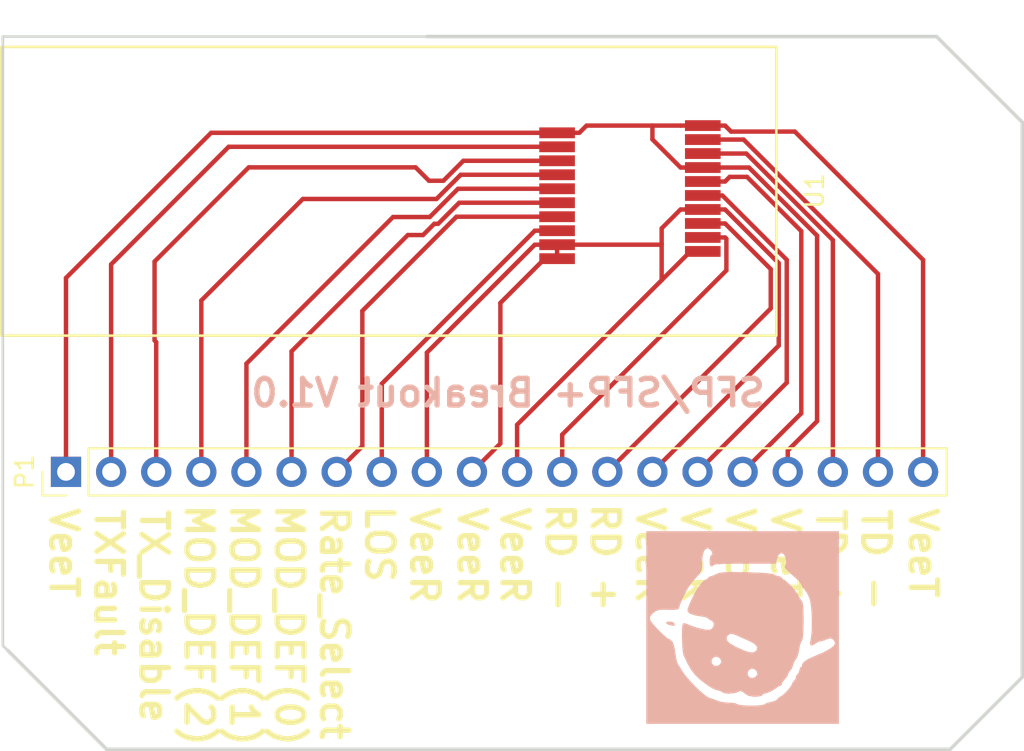
<source format=kicad_pcb>
(kicad_pcb (version 20171130) (host pcbnew "(5.0.2)-1")

  (general
    (thickness 1.6)
    (drawings 30)
    (tracks 116)
    (zones 0)
    (modules 3)
    (nets 16)
  )

  (page A4)
  (layers
    (0 F.Cu signal)
    (31 B.Cu signal)
    (32 B.Adhes user)
    (33 F.Adhes user)
    (34 B.Paste user)
    (35 F.Paste user)
    (36 B.SilkS user)
    (37 F.SilkS user)
    (38 B.Mask user)
    (39 F.Mask user)
    (40 Dwgs.User user)
    (41 Cmts.User user)
    (42 Eco1.User user)
    (43 Eco2.User user)
    (44 Edge.Cuts user)
    (45 Margin user)
    (46 B.CrtYd user)
    (47 F.CrtYd user)
    (48 B.Fab user)
    (49 F.Fab user)
  )

  (setup
    (last_trace_width 0.25)
    (trace_clearance 0.2)
    (zone_clearance 0.508)
    (zone_45_only no)
    (trace_min 0.2)
    (segment_width 0.2)
    (edge_width 0.15)
    (via_size 0.8)
    (via_drill 0.4)
    (via_min_size 0.4)
    (via_min_drill 0.3)
    (uvia_size 0.3)
    (uvia_drill 0.1)
    (uvias_allowed no)
    (uvia_min_size 0.2)
    (uvia_min_drill 0.1)
    (pcb_text_width 0.3)
    (pcb_text_size 1.5 1.5)
    (mod_edge_width 0.15)
    (mod_text_size 1 1)
    (mod_text_width 0.15)
    (pad_size 1.524 1.524)
    (pad_drill 0.762)
    (pad_to_mask_clearance 0.051)
    (solder_mask_min_width 0.25)
    (aux_axis_origin 0 0)
    (visible_elements 7FFFFFFF)
    (pcbplotparams
      (layerselection 0x010fc_ffffffff)
      (usegerberextensions false)
      (usegerberattributes false)
      (usegerberadvancedattributes false)
      (creategerberjobfile false)
      (excludeedgelayer true)
      (linewidth 0.100000)
      (plotframeref false)
      (viasonmask false)
      (mode 1)
      (useauxorigin false)
      (hpglpennumber 1)
      (hpglpenspeed 20)
      (hpglpendiameter 15.000000)
      (psnegative false)
      (psa4output false)
      (plotreference true)
      (plotvalue true)
      (plotinvisibletext false)
      (padsonsilk false)
      (subtractmaskfromsilk false)
      (outputformat 1)
      (mirror false)
      (drillshape 1)
      (scaleselection 1)
      (outputdirectory ""))
  )

  (net 0 "")
  (net 1 "Net-(P1-Pad19)")
  (net 2 "Net-(P1-Pad18)")
  (net 3 "Net-(P1-Pad16)")
  (net 4 "Net-(P1-Pad15)")
  (net 5 "Net-(P1-Pad13)")
  (net 6 "Net-(P1-Pad12)")
  (net 7 "Net-(P1-Pad10)")
  (net 8 "Net-(P1-Pad8)")
  (net 9 "Net-(P1-Pad7)")
  (net 10 "Net-(P1-Pad6)")
  (net 11 "Net-(P1-Pad5)")
  (net 12 "Net-(P1-Pad4)")
  (net 13 "Net-(P1-Pad3)")
  (net 14 "Net-(P1-Pad2)")
  (net 15 "Net-(P1-Pad1)")

  (net_class Default "This is the default net class."
    (clearance 0.2)
    (trace_width 0.25)
    (via_dia 0.8)
    (via_drill 0.4)
    (uvia_dia 0.3)
    (uvia_drill 0.1)
    (add_net "Net-(P1-Pad1)")
    (add_net "Net-(P1-Pad10)")
    (add_net "Net-(P1-Pad12)")
    (add_net "Net-(P1-Pad13)")
    (add_net "Net-(P1-Pad15)")
    (add_net "Net-(P1-Pad16)")
    (add_net "Net-(P1-Pad18)")
    (add_net "Net-(P1-Pad19)")
    (add_net "Net-(P1-Pad2)")
    (add_net "Net-(P1-Pad3)")
    (add_net "Net-(P1-Pad4)")
    (add_net "Net-(P1-Pad5)")
    (add_net "Net-(P1-Pad6)")
    (add_net "Net-(P1-Pad7)")
    (add_net "Net-(P1-Pad8)")
  )

  (module Socket_Strips:Socket_Strip_Straight_1x20_Pitch2.54mm (layer F.Cu) (tedit 58CD5447) (tstamp 5C3BF8AD)
    (at 105.156 79.375 90)
    (descr "Through hole straight socket strip, 1x20, 2.54mm pitch, single row")
    (tags "Through hole socket strip THT 1x20 2.54mm single row")
    (path /5C34C089)
    (fp_text reference P1 (at 0 -2.33 90) (layer F.SilkS)
      (effects (font (size 1 1) (thickness 0.15)))
    )
    (fp_text value CONN_01X20 (at 0 50.59 90) (layer F.Fab)
      (effects (font (size 1 1) (thickness 0.15)))
    )
    (fp_text user %R (at 0 -2.33 90) (layer F.Fab)
      (effects (font (size 1 1) (thickness 0.15)))
    )
    (fp_line (start 1.8 -1.8) (end -1.8 -1.8) (layer F.CrtYd) (width 0.05))
    (fp_line (start 1.8 50.05) (end 1.8 -1.8) (layer F.CrtYd) (width 0.05))
    (fp_line (start -1.8 50.05) (end 1.8 50.05) (layer F.CrtYd) (width 0.05))
    (fp_line (start -1.8 -1.8) (end -1.8 50.05) (layer F.CrtYd) (width 0.05))
    (fp_line (start -1.33 -1.33) (end 0 -1.33) (layer F.SilkS) (width 0.12))
    (fp_line (start -1.33 0) (end -1.33 -1.33) (layer F.SilkS) (width 0.12))
    (fp_line (start 1.33 1.27) (end -1.33 1.27) (layer F.SilkS) (width 0.12))
    (fp_line (start 1.33 49.59) (end 1.33 1.27) (layer F.SilkS) (width 0.12))
    (fp_line (start -1.33 49.59) (end 1.33 49.59) (layer F.SilkS) (width 0.12))
    (fp_line (start -1.33 1.27) (end -1.33 49.59) (layer F.SilkS) (width 0.12))
    (fp_line (start 1.27 -1.27) (end -1.27 -1.27) (layer F.Fab) (width 0.1))
    (fp_line (start 1.27 49.53) (end 1.27 -1.27) (layer F.Fab) (width 0.1))
    (fp_line (start -1.27 49.53) (end 1.27 49.53) (layer F.Fab) (width 0.1))
    (fp_line (start -1.27 -1.27) (end -1.27 49.53) (layer F.Fab) (width 0.1))
    (pad 20 thru_hole oval (at 0 48.26 90) (size 1.7 1.7) (drill 1) (layers *.Cu *.Mask)
      (net 15 "Net-(P1-Pad1)"))
    (pad 19 thru_hole oval (at 0 45.72 90) (size 1.7 1.7) (drill 1) (layers *.Cu *.Mask)
      (net 1 "Net-(P1-Pad19)"))
    (pad 18 thru_hole oval (at 0 43.18 90) (size 1.7 1.7) (drill 1) (layers *.Cu *.Mask)
      (net 2 "Net-(P1-Pad18)"))
    (pad 17 thru_hole oval (at 0 40.64 90) (size 1.7 1.7) (drill 1) (layers *.Cu *.Mask)
      (net 15 "Net-(P1-Pad1)"))
    (pad 16 thru_hole oval (at 0 38.1 90) (size 1.7 1.7) (drill 1) (layers *.Cu *.Mask)
      (net 3 "Net-(P1-Pad16)"))
    (pad 15 thru_hole oval (at 0 35.56 90) (size 1.7 1.7) (drill 1) (layers *.Cu *.Mask)
      (net 4 "Net-(P1-Pad15)"))
    (pad 14 thru_hole oval (at 0 33.02 90) (size 1.7 1.7) (drill 1) (layers *.Cu *.Mask)
      (net 7 "Net-(P1-Pad10)"))
    (pad 13 thru_hole oval (at 0 30.48 90) (size 1.7 1.7) (drill 1) (layers *.Cu *.Mask)
      (net 5 "Net-(P1-Pad13)"))
    (pad 12 thru_hole oval (at 0 27.94 90) (size 1.7 1.7) (drill 1) (layers *.Cu *.Mask)
      (net 6 "Net-(P1-Pad12)"))
    (pad 11 thru_hole oval (at 0 25.4 90) (size 1.7 1.7) (drill 1) (layers *.Cu *.Mask)
      (net 7 "Net-(P1-Pad10)"))
    (pad 10 thru_hole oval (at 0 22.86 90) (size 1.7 1.7) (drill 1) (layers *.Cu *.Mask)
      (net 7 "Net-(P1-Pad10)"))
    (pad 9 thru_hole oval (at 0 20.32 90) (size 1.7 1.7) (drill 1) (layers *.Cu *.Mask)
      (net 7 "Net-(P1-Pad10)"))
    (pad 8 thru_hole oval (at 0 17.78 90) (size 1.7 1.7) (drill 1) (layers *.Cu *.Mask)
      (net 8 "Net-(P1-Pad8)"))
    (pad 7 thru_hole oval (at 0 15.24 90) (size 1.7 1.7) (drill 1) (layers *.Cu *.Mask)
      (net 9 "Net-(P1-Pad7)"))
    (pad 6 thru_hole oval (at 0 12.7 90) (size 1.7 1.7) (drill 1) (layers *.Cu *.Mask)
      (net 10 "Net-(P1-Pad6)"))
    (pad 5 thru_hole oval (at 0 10.16 90) (size 1.7 1.7) (drill 1) (layers *.Cu *.Mask)
      (net 11 "Net-(P1-Pad5)"))
    (pad 4 thru_hole oval (at 0 7.62 90) (size 1.7 1.7) (drill 1) (layers *.Cu *.Mask)
      (net 12 "Net-(P1-Pad4)"))
    (pad 3 thru_hole oval (at 0 5.08 90) (size 1.7 1.7) (drill 1) (layers *.Cu *.Mask)
      (net 13 "Net-(P1-Pad3)"))
    (pad 2 thru_hole oval (at 0 2.54 90) (size 1.7 1.7) (drill 1) (layers *.Cu *.Mask)
      (net 14 "Net-(P1-Pad2)"))
    (pad 1 thru_hole rect (at 0 0 90) (size 1.7 1.7) (drill 1) (layers *.Cu *.Mask)
      (net 15 "Net-(P1-Pad1)"))
    (model ${KISYS3DMOD}/Socket_Strips.3dshapes/Socket_Strip_Straight_1x20_Pitch2.54mm.wrl
      (offset (xyz 0 -24.12999963760376 0))
      (scale (xyz 1 1 1))
      (rotate (xyz 0 0 270))
    )
  )

  (module .pretty:sfp (layer F.Cu) (tedit 5C3BEA2C) (tstamp 5C3BF8E0)
    (at 136.897201 63.559001)
    (path /5C34C039)
    (fp_text reference U1 (at 10.414 0 90) (layer F.SilkS)
      (effects (font (size 1 1) (thickness 0.15)))
    )
    (fp_text value SFP (at -1.016 -9.906) (layer F.Fab)
      (effects (font (size 1 1) (thickness 0.15)))
    )
    (fp_line (start -35.3822 -8.112) (end -0.889 -8.112) (layer F.SilkS) (width 0.15))
    (fp_line (start -35.3822 -8.112) (end -35.3822 8.144) (layer F.SilkS) (width 0.15))
    (fp_line (start -35.3822 8.144) (end 8.255 8.144) (layer F.SilkS) (width 0.15))
    (fp_line (start -0.889 -8.112) (end 8.255 -8.112) (layer F.SilkS) (width 0.15))
    (fp_line (start 8.255 8.144) (end 8.255 -8.112) (layer F.SilkS) (width 0.15))
    (pad "" np_thru_hole circle (at -10.8966 -7.112) (size 1.0414 1.0414) (drill 1.0414) (layers *.Cu *.Mask))
    (pad "" np_thru_hole circle (at -30.9372 1.4732) (size 1.0414 1.0414) (drill 1.0414) (layers *.Cu *.Mask))
    (pad "" np_thru_hole circle (at -25.908 7.1374) (size 1.0414 1.0414) (drill 1.0414) (layers *.Cu *.Mask))
    (pad "" np_thru_hole circle (at -15.9004 7.1374) (size 1.0414 1.0414) (drill 1.0414) (layers *.Cu *.Mask))
    (pad "" np_thru_hole circle (at -30.9372 -7.112) (size 1.0414 1.0414) (drill 1.0414) (layers *.Cu *.Mask))
    (pad "" np_thru_hole circle (at -20.9296 -7.112) (size 1.0414 1.0414) (drill 1.0414) (layers *.Cu *.Mask))
    (pad "" np_thru_hole circle (at -8.0772 7.1374) (size 0.9398 0.9398) (drill 0.9398) (layers *.Cu *.Mask))
    (pad "" np_thru_hole circle (at -5.8928 7.1374) (size 1.0414 1.0414) (drill 1.0414) (layers *.Cu *.Mask))
    (pad "" np_thru_hole circle (at -3.3782 7.1374) (size 0.9398 0.9398) (drill 0.9398) (layers *.Cu *.Mask))
    (pad "" np_thru_hole circle (at 4.1148 7.1374) (size 1.0414 1.0414) (drill 1.0414) (layers *.Cu *.Mask))
    (pad "" np_thru_hole circle (at 1.6002 7.1374) (size 0.9398 0.9398) (drill 0.9398) (layers *.Cu *.Mask))
    (pad "" np_thru_hole circle (at 1.6002 -7.112) (size 0.9398 0.9398) (drill 0.9398) (layers *.Cu *.Mask))
    (pad "" np_thru_hole circle (at 6.223 -4.8006) (size 0.9398 0.9398) (drill 0.9398) (layers *.Cu *.Mask))
    (pad 17 smd rect (at 4.1148 -1.3208) (size 2.0066 0.608) (layers F.Cu F.Paste F.Mask)
      (net 15 "Net-(P1-Pad1)"))
    (pad 16 smd rect (at 4.1148 -0.5334) (size 2.0066 0.608) (layers F.Cu F.Paste F.Mask)
      (net 3 "Net-(P1-Pad16)"))
    (pad 15 smd rect (at 4.1148 0.254) (size 2.0066 0.608) (layers F.Cu F.Paste F.Mask)
      (net 4 "Net-(P1-Pad15)"))
    (pad 14 smd rect (at 4.1148 1.0414) (size 2.0066 0.608) (layers F.Cu F.Paste F.Mask)
      (net 7 "Net-(P1-Pad10)"))
    (pad 13 smd rect (at 4.1148 1.8288) (size 2.0066 0.608) (layers F.Cu F.Paste F.Mask)
      (net 5 "Net-(P1-Pad13)"))
    (pad 12 smd rect (at 4.1148 2.6162) (size 2.0066 0.608) (layers F.Cu F.Paste F.Mask)
      (net 6 "Net-(P1-Pad12)"))
    (pad "" np_thru_hole circle (at -0.889 -7.112) (size 0.8382 0.8382) (drill 0.8382) (layers *.Cu *.Mask))
    (pad 10 smd rect (at -4.0894 3.81) (size 2.0066 0.608) (layers F.Cu F.Paste F.Mask)
      (net 7 "Net-(P1-Pad10)"))
    (pad "" np_thru_hole circle (at 0 4.8006) (size 1.5494 1.5494) (drill 1.5494) (layers *.Cu *.Mask))
    (pad "" np_thru_hole circle (at 0 -4.8006) (size 1.5494 1.5494) (drill 1.5494) (layers *.Cu *.Mask))
    (pad 9 smd rect (at -4.0894 3.0226) (size 2.0066 0.608) (layers F.Cu F.Paste F.Mask)
      (net 7 "Net-(P1-Pad10)"))
    (pad 8 smd rect (at -4.0894 2.2352) (size 2.0066 0.608) (layers F.Cu F.Paste F.Mask)
      (net 8 "Net-(P1-Pad8)"))
    (pad 7 smd rect (at -4.0894 1.4478) (size 2.0066 0.608) (layers F.Cu F.Paste F.Mask)
      (net 9 "Net-(P1-Pad7)"))
    (pad 6 smd rect (at -4.0894 0.6604) (size 2.0066 0.608) (layers F.Cu F.Paste F.Mask)
      (net 10 "Net-(P1-Pad6)"))
    (pad 5 smd rect (at -4.0894 -0.127) (size 2.0066 0.608) (layers F.Cu F.Paste F.Mask)
      (net 11 "Net-(P1-Pad5)"))
    (pad 4 smd rect (at -4.0894 -0.9144) (size 2.0066 0.608) (layers F.Cu F.Paste F.Mask)
      (net 12 "Net-(P1-Pad4)"))
    (pad 3 smd rect (at -4.0894 -1.7018) (size 2.0066 0.608) (layers F.Cu F.Paste F.Mask)
      (net 13 "Net-(P1-Pad3)"))
    (pad 2 smd rect (at -4.0894 -2.4892) (size 2.0066 0.608) (layers F.Cu F.Paste F.Mask)
      (net 14 "Net-(P1-Pad2)"))
    (pad 1 smd rect (at -4.0894 -3.2766) (size 2.0066 0.608) (layers F.Cu F.Paste F.Mask)
      (net 15 "Net-(P1-Pad1)"))
    (pad 11 smd rect (at 4.1148 3.4036) (size 2.0066 0.608) (layers F.Cu F.Paste F.Mask)
      (net 7 "Net-(P1-Pad10)"))
    (pad 18 smd rect (at 4.1148 -2.1082) (size 2.0066 0.608) (layers F.Cu F.Paste F.Mask)
      (net 2 "Net-(P1-Pad18)"))
    (pad 19 smd rect (at 4.1148 -2.8956) (size 2.0066 0.608) (layers F.Cu F.Paste F.Mask)
      (net 1 "Net-(P1-Pad19)"))
    (pad 20 smd rect (at 4.1148 -3.683) (size 2.0066 0.608) (layers F.Cu F.Paste F.Mask)
      (net 15 "Net-(P1-Pad1)"))
    (pad "" np_thru_hole circle (at -3.3782 -7.112) (size 0.9398 0.9398) (drill 0.9398) (layers *.Cu *.Mask))
    (pad "" np_thru_hole circle (at -8.0772 -7.112) (size 0.9398 0.9398) (drill 0.9398) (layers *.Cu *.Mask))
    (pad "" np_thru_hole circle (at -10.8966 -1.4224) (size 1.0414 1.0414) (drill 1.0414) (layers *.Cu *.Mask))
    (pad "" np_thru_hole circle (at 6.223 4.8006) (size 0.9398 0.9398) (drill 0.9398) (layers *.Cu *.Mask))
    (pad "" np_thru_hole circle (at 6.223 0) (size 0.9398 0.9398) (drill 0.9398) (layers *.Cu *.Mask))
    (pad "" np_thru_hole circle (at -10.8966 3.9624) (size 1.0414 1.0414) (drill 1.0414) (layers *.Cu *.Mask))
  )

  (module .pretty:zbk-dab (layer B.Cu) (tedit 0) (tstamp 5C3BFE65)
    (at 143.256 88.138)
    (fp_text reference G*** (at 0 0) (layer B.SilkS) hide
      (effects (font (size 1.524 1.524) (thickness 0.3)) (justify mirror))
    )
    (fp_text value LOGO (at 0.75 0) (layer B.SilkS) hide
      (effects (font (size 1.524 1.524) (thickness 0.3)) (justify mirror))
    )
    (fp_poly (pts (xy -3.833864 -0.117247) (xy -3.831931 -0.214212) (xy -3.848852 -0.248367) (xy -3.955957 -0.313324)
      (xy -4.121001 -0.336961) (xy -4.266816 -0.316842) (xy -4.318 -0.263179) (xy -4.247176 -0.193586)
      (xy -4.088344 -0.13113) (xy -3.921961 -0.100061) (xy -3.833864 -0.117247)) (layer B.SilkS) (width 0.01))
    (fp_poly (pts (xy 0.936566 3.878477) (xy 1.079309 3.837345) (xy 1.100667 3.81) (xy 1.16874 3.733749)
      (xy 1.220805 3.725333) (xy 1.371776 3.687334) (xy 1.582779 3.595775) (xy 1.787177 3.484313)
      (xy 1.918334 3.386607) (xy 1.933222 3.3655) (xy 2.030691 3.307406) (xy 2.081389 3.302)
      (xy 2.189175 3.237932) (xy 2.201334 3.188122) (xy 2.259366 3.049959) (xy 2.370667 2.921)
      (xy 2.497712 2.770764) (xy 2.54 2.664245) (xy 2.599108 2.526482) (xy 2.661558 2.45985)
      (xy 2.769098 2.305296) (xy 2.836334 2.116667) (xy 2.913033 1.906696) (xy 3.00375 1.779591)
      (xy 3.079959 1.645606) (xy 3.149027 1.407552) (xy 3.177888 1.244574) (xy 3.228927 0.983901)
      (xy 3.294186 0.796872) (xy 3.333414 0.743934) (xy 3.379846 0.626514) (xy 3.411221 0.345957)
      (xy 3.427058 -0.092171) (xy 3.429 -0.362709) (xy 3.425563 -0.816198) (xy 3.412681 -1.131517)
      (xy 3.3865 -1.339741) (xy 3.343166 -1.47194) (xy 3.280834 -1.557191) (xy 3.164475 -1.709488)
      (xy 3.129305 -1.805214) (xy 3.071879 -1.921305) (xy 2.929853 -2.106769) (xy 2.741782 -2.319906)
      (xy 2.546222 -2.519011) (xy 2.381728 -2.662384) (xy 2.293416 -2.709334) (xy 2.205304 -2.769452)
      (xy 2.201334 -2.794) (xy 2.131227 -2.865171) (xy 2.048934 -2.878667) (xy 1.863641 -2.929963)
      (xy 1.798843 -2.976358) (xy 1.66965 -3.019124) (xy 1.378428 -3.055462) (xy 0.932378 -3.08476)
      (xy 0.338704 -3.106407) (xy 0.236743 -3.108972) (xy -0.319345 -3.119737) (xy -0.733007 -3.12067)
      (xy -1.030946 -3.110241) (xy -1.239865 -3.086924) (xy -1.386467 -3.049189) (xy -1.470178 -3.011281)
      (xy -1.674765 -2.918046) (xy -1.828865 -2.878673) (xy -1.830011 -2.878667) (xy -1.936327 -2.829701)
      (xy -1.947333 -2.794) (xy -2.014185 -2.715316) (xy -2.053166 -2.709331) (xy -2.186065 -2.637561)
      (xy -2.363989 -2.443799) (xy -2.562226 -2.160357) (xy -2.756063 -1.81955) (xy -2.797803 -1.735667)
      (xy -2.911981 -1.495707) (xy -2.99016 -1.323826) (xy -3.011472 -1.27) (xy -3.048761 -1.16635)
      (xy -3.090236 -1.067257) (xy -3.098213 -0.899192) (xy -2.953827 -0.770148) (xy -2.651505 -0.676612)
      (xy -2.409574 -0.638235) (xy -2.155998 -0.595217) (xy -1.988102 -0.545007) (xy -1.947333 -0.511783)
      (xy -1.876741 -0.438402) (xy -1.771302 -0.39705) (xy -1.645234 -0.295558) (xy -1.625671 -0.127237)
      (xy -1.710363 0.044951) (xy -1.789494 0.111819) (xy -1.945944 0.134561) (xy -2.210466 0.101583)
      (xy -2.535443 0.023761) (xy -2.873257 -0.088034) (xy -3.111372 -0.19004) (xy -3.277393 -0.238967)
      (xy -3.362353 -0.22187) (xy -3.392976 -0.107511) (xy -3.410174 0.12968) (xy -3.414871 0.443814)
      (xy -3.40967 0.704973) (xy -0.895816 0.704973) (xy -0.893832 0.535684) (xy -0.852556 0.472763)
      (xy -0.738384 0.36802) (xy -0.606048 0.350678) (xy -0.400106 0.41939) (xy -0.309129 0.459547)
      (xy -0.068437 0.567675) (xy 0.232163 0.70153) (xy 0.364038 0.759912) (xy 0.671939 0.926978)
      (xy 0.816024 1.087466) (xy 0.801212 1.248992) (xy 0.734696 1.333589) (xy 0.60507 1.403355)
      (xy 0.411145 1.398535) (xy 0.129525 1.313783) (xy -0.263187 1.143753) (xy -0.415499 1.070771)
      (xy -0.73775 0.88145) (xy -0.895816 0.704973) (xy -3.40967 0.704973) (xy -3.407996 0.788998)
      (xy -3.390473 1.119341) (xy -3.363229 1.388954) (xy -3.32719 1.551944) (xy -3.326524 1.553487)
      (xy -3.189773 1.847677) (xy -1.751635 1.847677) (xy -1.689425 1.730957) (xy -1.520296 1.630427)
      (xy -1.340268 1.68357) (xy -1.238177 1.797578) (xy -1.195899 1.947436) (xy -1.286036 2.084322)
      (xy -1.459791 2.173162) (xy -1.624467 2.137793) (xy -1.736327 2.016527) (xy -1.751635 1.847677)
      (xy -3.189773 1.847677) (xy -3.113248 2.012301) (xy -2.917522 2.356491) (xy -2.788768 2.525011)
      (xy 0.280365 2.525011) (xy 0.342575 2.40829) (xy 0.511704 2.30776) (xy 0.691732 2.360903)
      (xy 0.793823 2.474911) (xy 0.836101 2.624769) (xy 0.745964 2.761656) (xy 0.572209 2.850496)
      (xy 0.407533 2.815127) (xy 0.295673 2.693861) (xy 0.280365 2.525011) (xy -2.788768 2.525011)
      (xy -2.706249 2.633016) (xy -2.446333 2.888834) (xy -2.293867 3.018645) (xy -1.987968 3.248645)
      (xy -1.701369 3.425183) (xy -1.483177 3.518407) (xy -1.465428 3.522299) (xy -1.260474 3.578708)
      (xy -1.141056 3.644819) (xy -1.137068 3.650265) (xy -1.019781 3.705247) (xy -0.80303 3.723452)
      (xy -0.552169 3.706937) (xy -0.332556 3.65776) (xy -0.256437 3.622539) (xy -0.118356 3.569673)
      (xy 0.014843 3.626646) (xy 0.107705 3.707206) (xy 0.31832 3.841521) (xy 0.604716 3.892504)
      (xy 0.703957 3.894666) (xy 0.936566 3.878477)) (layer B.SilkS) (width 0.01))
    (fp_poly (pts (xy 5.418667 -5.418667) (xy -5.418666 -5.418667) (xy -5.418666 -0.597947) (xy -5.219164 -0.597947)
      (xy -5.109532 -0.752758) (xy -5.027361 -0.824866) (xy -4.873669 -0.932212) (xy -4.708926 -0.988833)
      (xy -4.477729 -1.006282) (xy -4.191718 -0.999122) (xy -3.873503 -0.996853) (xy -3.66313 -1.01907)
      (xy -3.591957 -1.058334) (xy -3.534022 -1.279076) (xy -3.407123 -1.587795) (xy -3.23749 -1.932426)
      (xy -3.051354 -2.260905) (xy -2.874948 -2.521168) (xy -2.824128 -2.582334) (xy -2.626653 -2.802824)
      (xy -2.444687 -3.006389) (xy -2.426689 -3.026558) (xy -2.322465 -3.188562) (xy -2.277366 -3.404098)
      (xy -2.276226 -3.692002) (xy -2.257166 -4.03634) (xy -2.180358 -4.29112) (xy -2.062825 -4.437586)
      (xy -1.921594 -4.45698) (xy -1.773688 -4.330545) (xy -1.741715 -4.280909) (xy -1.695642 -4.145062)
      (xy -1.756833 -4.088392) (xy -1.826031 -3.986705) (xy -1.858961 -3.795309) (xy -1.852312 -3.590589)
      (xy -1.802771 -3.448932) (xy -1.785231 -3.433469) (xy -1.694359 -3.451756) (xy -1.67221 -3.491973)
      (xy -1.617341 -3.529794) (xy -1.470356 -3.558249) (xy -1.2147 -3.57832) (xy -0.833815 -3.590991)
      (xy -0.311146 -3.597245) (xy 0.119403 -3.598334) (xy 1.875431 -3.598334) (xy 1.921586 -3.829268)
      (xy 2.011353 -4.075567) (xy 2.142874 -4.187299) (xy 2.294356 -4.148754) (xy 2.325973 -4.120789)
      (xy 2.414697 -3.955481) (xy 2.452519 -3.734275) (xy 2.434524 -3.531639) (xy 2.37159 -3.429571)
      (xy 2.391678 -3.356056) (xy 2.519596 -3.207011) (xy 2.729711 -3.01112) (xy 2.794923 -2.955821)
      (xy 3.035811 -2.741774) (xy 3.21471 -2.556941) (xy 3.299259 -2.435424) (xy 3.302 -2.421459)
      (xy 3.357721 -2.289372) (xy 3.493512 -2.117926) (xy 3.50987 -2.101221) (xy 3.660384 -1.884665)
      (xy 3.779718 -1.600797) (xy 3.801756 -1.518176) (xy 3.857629 -1.157688) (xy 3.891557 -0.709795)
      (xy 3.902639 -0.233398) (xy 3.889972 0.212599) (xy 3.852654 0.569294) (xy 3.835067 0.656166)
      (xy 3.795854 0.908477) (xy 3.840441 1.015627) (xy 3.975204 0.983052) (xy 4.111318 0.891693)
      (xy 4.301696 0.791551) (xy 4.424982 0.764693) (xy 4.616454 0.718598) (xy 4.742775 0.656784)
      (xy 4.947164 0.607401) (xy 5.121192 0.688341) (xy 5.20568 0.868827) (xy 5.207 0.898227)
      (xy 5.126549 1.038564) (xy 4.892622 1.211839) (xy 4.516362 1.411301) (xy 4.008909 1.630203)
      (xy 3.979334 1.641916) (xy 3.657225 1.792064) (xy 3.436942 1.94212) (xy 3.342621 2.073402)
      (xy 3.351327 2.127982) (xy 3.334279 2.197118) (xy 3.306997 2.201333) (xy 3.232649 2.271715)
      (xy 3.217334 2.3603) (xy 3.155839 2.547714) (xy 3.091266 2.623893) (xy 3.004887 2.738921)
      (xy 3.005667 2.794) (xy 2.983925 2.893834) (xy 2.920068 2.964107) (xy 2.812401 3.097227)
      (xy 2.791709 3.1642) (xy 2.734494 3.282272) (xy 2.595499 3.461278) (xy 2.41852 3.65409)
      (xy 2.247356 3.81358) (xy 2.125803 3.892619) (xy 2.11287 3.894666) (xy 2.009767 3.962019)
      (xy 1.980377 4.015345) (xy 1.873705 4.105501) (xy 1.666412 4.179181) (xy 1.602478 4.192045)
      (xy 1.379638 4.245753) (xy 1.238432 4.309506) (xy 1.223114 4.325367) (xy 1.118485 4.364315)
      (xy 0.894304 4.38922) (xy 0.599748 4.40032) (xy 0.283996 4.397854) (xy -0.003775 4.382059)
      (xy -0.214386 4.353175) (xy -0.296333 4.318) (xy -0.404316 4.269827) (xy -0.623597 4.238913)
      (xy -0.788163 4.232812) (xy -1.096371 4.207695) (xy -1.374439 4.144657) (xy -1.470178 4.105812)
      (xy -1.675445 4.0165) (xy -1.828509 3.979333) (xy -1.828548 3.979333) (xy -1.966439 3.919217)
      (xy -2.182749 3.758398) (xy -2.447385 3.526174) (xy -2.730257 3.251839) (xy -3.001274 2.964691)
      (xy -3.230344 2.694025) (xy -3.387377 2.469138) (xy -3.396685 2.452624) (xy -3.522447 2.24155)
      (xy -3.63243 2.084258) (xy -3.632446 2.084239) (xy -3.696768 1.935784) (xy -3.753572 1.685764)
      (xy -3.777278 1.511797) (xy -3.83964 1.123558) (xy -3.932111 0.842426) (xy -4.044903 0.693771)
      (xy -4.099473 0.676857) (xy -4.214682 0.617596) (xy -4.403388 0.464161) (xy -4.63017 0.252033)
      (xy -4.859605 0.01669) (xy -5.056272 -0.206385) (xy -5.18475 -0.381712) (xy -5.211265 -0.436772)
      (xy -5.219164 -0.597947) (xy -5.418666 -0.597947) (xy -5.418666 4.402666) (xy 3.386667 4.402666)
      (xy 3.704167 4.071055) (xy 3.883456 3.886331) (xy 4.007924 3.76285) (xy 4.042834 3.732389)
      (xy 4.056071 3.802865) (xy 4.06345 3.987554) (xy 4.064 4.064) (xy 4.064 4.402666)
      (xy 3.386667 4.402666) (xy -5.418666 4.402666) (xy -5.418666 5.418666) (xy 5.418667 5.418666)
      (xy 5.418667 -5.418667)) (layer B.SilkS) (width 0.01))
  )

  (gr_text "SFP/SFP+ Breakout V1.0\n" (at 130.048 74.93) (layer B.SilkS)
    (effects (font (size 1.5 1.5) (thickness 0.3)) (justify mirror))
  )
  (gr_line (start 101.6 89.154) (end 101.854 89.408) (layer Edge.Cuts) (width 0.15))
  (gr_line (start 101.6 54.864) (end 101.6 89.154) (layer Edge.Cuts) (width 0.15))
  (gr_line (start 125.476 54.864) (end 101.6 54.864) (layer Edge.Cuts) (width 0.15))
  (gr_line (start 107.442 94.996) (end 101.854 89.408) (layer Edge.Cuts) (width 0.2))
  (gr_line (start 154.94 94.996) (end 107.442 94.996) (layer Edge.Cuts) (width 0.2))
  (gr_line (start 159.004 90.932) (end 154.94 94.996) (layer Edge.Cuts) (width 0.2))
  (gr_line (start 159.004 59.69) (end 159.004 90.932) (layer Edge.Cuts) (width 0.2))
  (gr_line (start 154.178 54.864) (end 159.004 59.69) (layer Edge.Cuts) (width 0.2))
  (gr_line (start 125.476 54.864) (end 154.178 54.864) (layer Edge.Cuts) (width 0.2))
  (gr_text VeeT (at 153.416 83.947 270) (layer F.SilkS)
    (effects (font (size 1.5 1.5) (thickness 0.3)))
  )
  (gr_text "TD -\n" (at 150.749 84.328 270) (layer F.SilkS)
    (effects (font (size 1.5 1.5) (thickness 0.3)))
  )
  (gr_text "TD +\n" (at 148.209 84.328 270) (layer F.SilkS)
    (effects (font (size 1.5 1.5) (thickness 0.3)))
  )
  (gr_text VeeT (at 145.669 83.947 270) (layer F.SilkS)
    (effects (font (size 1.5 1.5) (thickness 0.3)))
  )
  (gr_text VccT (at 143.129 83.947 270) (layer F.SilkS)
    (effects (font (size 1.5 1.5) (thickness 0.3)))
  )
  (gr_text VccR (at 140.589 84.074 270) (layer F.SilkS)
    (effects (font (size 1.5 1.5) (thickness 0.3)))
  )
  (gr_text VeeR (at 138.049 84.074 270) (layer F.SilkS)
    (effects (font (size 1.5 1.5) (thickness 0.3)))
  )
  (gr_text "RD +" (at 135.509 84.201 270) (layer F.SilkS)
    (effects (font (size 1.5 1.5) (thickness 0.3)))
  )
  (gr_text "RD -\n" (at 132.969 84.201 270) (layer F.SilkS)
    (effects (font (size 1.5 1.5) (thickness 0.3)))
  )
  (gr_text VeeR (at 130.429 84.074 270) (layer F.SilkS)
    (effects (font (size 1.5 1.5) (thickness 0.3)))
  )
  (gr_text "VeeR\n" (at 128.016 84.074 270) (layer F.SilkS)
    (effects (font (size 1.5 1.5) (thickness 0.3)))
  )
  (gr_text VeeR (at 125.349 84.074 270) (layer F.SilkS)
    (effects (font (size 1.5 1.5) (thickness 0.3)))
  )
  (gr_text LOS (at 122.809 83.439 270) (layer F.SilkS)
    (effects (font (size 1.5 1.5) (thickness 0.3)))
  )
  (gr_text "Rate_Select\n" (at 120.269 87.884 270) (layer F.SilkS)
    (effects (font (size 1.5 1.5) (thickness 0.3)))
  )
  (gr_text "MOD_DEF(0)" (at 117.729 88.011 270) (layer F.SilkS)
    (effects (font (size 1.5 1.5) (thickness 0.3)))
  )
  (gr_text "MOD_DEF(1)\n" (at 115.189 88.011 270) (layer F.SilkS)
    (effects (font (size 1.5 1.5) (thickness 0.3)))
  )
  (gr_text "MOD_DEF(2)\n" (at 112.649 88.011 270) (layer F.SilkS)
    (effects (font (size 1.5 1.5) (thickness 0.3)))
  )
  (gr_text "TX_Disable\n" (at 110.109 87.503 270) (layer F.SilkS)
    (effects (font (size 1.5 1.5) (thickness 0.3)))
  )
  (gr_text "TXFault\n" (at 107.569 85.598 270) (layer F.SilkS)
    (effects (font (size 1.5 1.5) (thickness 0.3)))
  )
  (gr_text "VeeT\n" (at 105.029 83.947 270) (layer F.SilkS)
    (effects (font (size 1.5 1.5) (thickness 0.3)))
  )

  (segment (start 142.602691 60.213391) (end 146.192391 60.213391) (width 0.25) (layer F.Cu) (net 15))
  (segment (start 141.012001 59.876001) (end 142.265301 59.876001) (width 0.25) (layer F.Cu) (net 15))
  (segment (start 142.265301 59.876001) (end 142.602691 60.213391) (width 0.25) (layer F.Cu) (net 15))
  (segment (start 153.416 67.437) (end 153.416 79.375) (width 0.25) (layer F.Cu) (net 15))
  (segment (start 146.192391 60.213391) (end 153.416 67.437) (width 0.25) (layer F.Cu) (net 15))
  (segment (start 150.876 78.172919) (end 150.876 79.375) (width 0.25) (layer F.Cu) (net 1))
  (segment (start 150.876 68.229116) (end 150.876 78.172919) (width 0.25) (layer F.Cu) (net 1))
  (segment (start 143.310285 60.663401) (end 150.876 68.229116) (width 0.25) (layer F.Cu) (net 1))
  (segment (start 141.012001 60.663401) (end 143.310285 60.663401) (width 0.25) (layer F.Cu) (net 1))
  (segment (start 148.336 78.172919) (end 148.336 79.375) (width 0.25) (layer F.Cu) (net 2))
  (segment (start 148.336 66.325526) (end 148.336 78.172919) (width 0.25) (layer F.Cu) (net 2))
  (segment (start 143.461275 61.450801) (end 148.336 66.325526) (width 0.25) (layer F.Cu) (net 2))
  (segment (start 141.012001 61.450801) (end 143.461275 61.450801) (width 0.25) (layer F.Cu) (net 2))
  (segment (start 145.796 78.172919) (end 145.796 79.375) (width 0.25) (layer F.Cu) (net 15))
  (segment (start 147.447 76.521919) (end 145.796 78.172919) (width 0.25) (layer F.Cu) (net 15))
  (segment (start 147.447 66.072936) (end 147.447 76.521919) (width 0.25) (layer F.Cu) (net 15))
  (segment (start 141.012001 62.238201) (end 143.612265 62.238201) (width 0.25) (layer F.Cu) (net 15))
  (segment (start 143.612265 62.238201) (end 147.447 66.072936) (width 0.25) (layer F.Cu) (net 15))
  (segment (start 146.558 76.073) (end 143.256 79.375) (width 0.25) (layer F.Cu) (net 3))
  (segment (start 146.558 65.820346) (end 146.558 76.073) (width 0.25) (layer F.Cu) (net 3))
  (segment (start 143.501754 62.7641) (end 146.558 65.820346) (width 0.25) (layer F.Cu) (net 3))
  (segment (start 142.526802 62.7641) (end 143.501754 62.7641) (width 0.25) (layer F.Cu) (net 3))
  (segment (start 141.012001 63.025601) (end 142.265301 63.025601) (width 0.25) (layer F.Cu) (net 3))
  (segment (start 142.265301 63.025601) (end 142.526802 62.7641) (width 0.25) (layer F.Cu) (net 3))
  (segment (start 145.738011 67.434109) (end 145.738011 74.352989) (width 0.25) (layer F.Cu) (net 4))
  (segment (start 145.738011 74.352989) (end 141.565999 78.525001) (width 0.25) (layer F.Cu) (net 4))
  (segment (start 142.116903 63.813001) (end 145.738011 67.434109) (width 0.25) (layer F.Cu) (net 4))
  (segment (start 141.012001 63.813001) (end 142.116903 63.813001) (width 0.25) (layer F.Cu) (net 4))
  (segment (start 141.565999 78.525001) (end 140.716 79.375) (width 0.25) (layer F.Cu) (net 4))
  (segment (start 139.025999 78.525001) (end 138.176 79.375) (width 0.25) (layer F.Cu) (net 7))
  (segment (start 145.288 72.263) (end 139.025999 78.525001) (width 0.25) (layer F.Cu) (net 7))
  (segment (start 145.288 67.6231) (end 145.288 72.263) (width 0.25) (layer F.Cu) (net 7))
  (segment (start 141.012001 64.600401) (end 142.265301 64.600401) (width 0.25) (layer F.Cu) (net 7))
  (segment (start 142.265301 64.600401) (end 145.288 67.6231) (width 0.25) (layer F.Cu) (net 7))
  (segment (start 136.485999 78.525001) (end 135.636 79.375) (width 0.25) (layer F.Cu) (net 5))
  (segment (start 144.83799 70.17301) (end 136.485999 78.525001) (width 0.25) (layer F.Cu) (net 5))
  (segment (start 144.83799 67.96049) (end 144.83799 70.17301) (width 0.25) (layer F.Cu) (net 5))
  (segment (start 142.265301 65.387801) (end 144.83799 67.96049) (width 0.25) (layer F.Cu) (net 5))
  (segment (start 141.012001 65.387801) (end 142.265301 65.387801) (width 0.25) (layer F.Cu) (net 5))
  (segment (start 133.096 78.172919) (end 133.096 79.375) (width 0.25) (layer F.Cu) (net 6))
  (segment (start 133.096 77.274256) (end 133.096 78.172919) (width 0.25) (layer F.Cu) (net 6))
  (segment (start 142.340302 68.029954) (end 133.096 77.274256) (width 0.25) (layer F.Cu) (net 6))
  (segment (start 142.340302 66.250202) (end 142.340302 68.029954) (width 0.25) (layer F.Cu) (net 6))
  (segment (start 142.265301 66.175201) (end 142.340302 66.250202) (width 0.25) (layer F.Cu) (net 6))
  (segment (start 141.012001 66.175201) (end 142.265301 66.175201) (width 0.25) (layer F.Cu) (net 6))
  (segment (start 130.556 78.172919) (end 130.556 79.375) (width 0.25) (layer F.Cu) (net 7))
  (segment (start 130.556 76.719302) (end 130.556 78.172919) (width 0.25) (layer F.Cu) (net 7))
  (segment (start 141.012001 66.962601) (end 140.312701 66.962601) (width 0.25) (layer F.Cu) (net 7))
  (segment (start 128.865999 78.525001) (end 128.016 79.375) (width 0.25) (layer F.Cu) (net 7))
  (segment (start 129.614902 77.776098) (end 128.865999 78.525001) (width 0.25) (layer F.Cu) (net 7))
  (segment (start 129.614902 69.8626) (end 129.614902 77.776098) (width 0.25) (layer F.Cu) (net 7))
  (segment (start 132.108501 67.369001) (end 129.614902 69.8626) (width 0.25) (layer F.Cu) (net 7))
  (segment (start 132.807801 67.369001) (end 132.108501 67.369001) (width 0.25) (layer F.Cu) (net 7))
  (segment (start 125.476 78.172919) (end 125.476 79.375) (width 0.25) (layer F.Cu) (net 7))
  (segment (start 125.476 72.660102) (end 125.476 78.172919) (width 0.25) (layer F.Cu) (net 7))
  (segment (start 131.554501 66.581601) (end 125.476 72.660102) (width 0.25) (layer F.Cu) (net 7))
  (segment (start 132.807801 66.581601) (end 131.554501 66.581601) (width 0.25) (layer F.Cu) (net 7))
  (segment (start 139.758701 64.600401) (end 138.695302 65.6638) (width 0.25) (layer F.Cu) (net 7))
  (segment (start 141.012001 64.600401) (end 139.758701 64.600401) (width 0.25) (layer F.Cu) (net 7))
  (segment (start 140.312701 66.962601) (end 138.695302 68.58) (width 0.25) (layer F.Cu) (net 7))
  (segment (start 138.695302 68.58) (end 130.556 76.719302) (width 0.25) (layer F.Cu) (net 7))
  (segment (start 132.807801 66.581601) (end 132.807801 67.369001) (width 0.25) (layer F.Cu) (net 7))
  (segment (start 138.661701 66.581601) (end 138.695302 66.548) (width 0.25) (layer F.Cu) (net 7))
  (segment (start 132.807801 66.581601) (end 138.661701 66.581601) (width 0.25) (layer F.Cu) (net 7))
  (segment (start 138.695302 65.6638) (end 138.695302 66.548) (width 0.25) (layer F.Cu) (net 7))
  (segment (start 138.695302 66.548) (end 138.695302 68.58) (width 0.25) (layer F.Cu) (net 7))
  (segment (start 122.936 78.172919) (end 122.936 79.375) (width 0.25) (layer F.Cu) (net 8))
  (segment (start 122.936 74.412702) (end 122.936 78.172919) (width 0.25) (layer F.Cu) (net 8))
  (segment (start 131.554501 65.794201) (end 122.936 74.412702) (width 0.25) (layer F.Cu) (net 8))
  (segment (start 132.807801 65.794201) (end 131.554501 65.794201) (width 0.25) (layer F.Cu) (net 8))
  (segment (start 121.245999 78.525001) (end 120.396 79.375) (width 0.25) (layer F.Cu) (net 9))
  (segment (start 121.842502 77.928498) (end 121.245999 78.525001) (width 0.25) (layer F.Cu) (net 9))
  (segment (start 121.842502 70.309908) (end 121.842502 77.928498) (width 0.25) (layer F.Cu) (net 9))
  (segment (start 127.145609 65.006801) (end 121.842502 70.309908) (width 0.25) (layer F.Cu) (net 9))
  (segment (start 132.807801 65.006801) (end 127.145609 65.006801) (width 0.25) (layer F.Cu) (net 9))
  (segment (start 132.807801 64.219401) (end 127.296599 64.219401) (width 0.25) (layer F.Cu) (net 10))
  (segment (start 125.89307 65.405) (end 125.25807 66.04) (width 0.25) (layer F.Cu) (net 10))
  (segment (start 127.296599 64.219401) (end 126.111 65.405) (width 0.25) (layer F.Cu) (net 10))
  (segment (start 126.111 65.405) (end 125.89307 65.405) (width 0.25) (layer F.Cu) (net 10))
  (segment (start 117.856 78.172919) (end 117.856 79.375) (width 0.25) (layer F.Cu) (net 10))
  (segment (start 117.856 72.585564) (end 117.856 78.172919) (width 0.25) (layer F.Cu) (net 10))
  (segment (start 124.401564 66.04) (end 117.856 72.585564) (width 0.25) (layer F.Cu) (net 10))
  (segment (start 125.25807 66.04) (end 124.401564 66.04) (width 0.25) (layer F.Cu) (net 10))
  (segment (start 127.229659 63.432001) (end 125.63766 65.024) (width 0.25) (layer F.Cu) (net 11))
  (segment (start 132.807801 63.432001) (end 127.229659 63.432001) (width 0.25) (layer F.Cu) (net 11))
  (segment (start 125.63766 65.024) (end 123.571 65.024) (width 0.25) (layer F.Cu) (net 11))
  (segment (start 115.316 73.279) (end 115.316 79.375) (width 0.25) (layer F.Cu) (net 11))
  (segment (start 123.571 65.024) (end 115.316 73.279) (width 0.25) (layer F.Cu) (net 11))
  (segment (start 127.380649 62.644601) (end 126.01725 64.008) (width 0.25) (layer F.Cu) (net 12))
  (segment (start 132.807801 62.644601) (end 127.380649 62.644601) (width 0.25) (layer F.Cu) (net 12))
  (segment (start 126.01725 64.008) (end 118.491 64.008) (width 0.25) (layer F.Cu) (net 12))
  (segment (start 112.776 69.723) (end 112.776 79.375) (width 0.25) (layer F.Cu) (net 12))
  (segment (start 118.491 64.008) (end 112.776 69.723) (width 0.25) (layer F.Cu) (net 12))
  (segment (start 125.594664 62.982302) (end 124.841 62.228638) (width 0.25) (layer F.Cu) (net 13))
  (segment (start 126.406538 62.982302) (end 125.594664 62.982302) (width 0.25) (layer F.Cu) (net 13))
  (segment (start 132.807801 61.857201) (end 127.531639 61.857201) (width 0.25) (layer F.Cu) (net 13))
  (segment (start 127.531639 61.857201) (end 126.406538 62.982302) (width 0.25) (layer F.Cu) (net 13))
  (segment (start 124.841 62.228638) (end 115.444362 62.228638) (width 0.25) (layer F.Cu) (net 13))
  (segment (start 110.1435 67.5295) (end 110.1435 71.9745) (width 0.25) (layer F.Cu) (net 13))
  (segment (start 115.444362 62.228638) (end 110.1435 67.5295) (width 0.25) (layer F.Cu) (net 13))
  (segment (start 110.236 72.067) (end 110.236 79.375) (width 0.25) (layer F.Cu) (net 13))
  (segment (start 110.1435 71.9745) (end 110.236 72.067) (width 0.25) (layer F.Cu) (net 13))
  (segment (start 132.807801 61.069801) (end 114.317199 61.069801) (width 0.25) (layer F.Cu) (net 14))
  (segment (start 107.696 67.691) (end 107.696 79.375) (width 0.25) (layer F.Cu) (net 14))
  (segment (start 114.317199 61.069801) (end 107.696 67.691) (width 0.25) (layer F.Cu) (net 14))
  (segment (start 132.807801 60.282401) (end 113.326599 60.282401) (width 0.25) (layer F.Cu) (net 15))
  (segment (start 105.156 68.453) (end 105.156 79.375) (width 0.25) (layer F.Cu) (net 15))
  (segment (start 113.326599 60.282401) (end 105.156 68.453) (width 0.25) (layer F.Cu) (net 15))
  (segment (start 139.758701 59.876001) (end 141.012001 59.876001) (width 0.25) (layer F.Cu) (net 15))
  (segment (start 134.061101 60.282401) (end 134.467501 59.876001) (width 0.25) (layer F.Cu) (net 15))
  (segment (start 132.807801 60.282401) (end 134.061101 60.282401) (width 0.25) (layer F.Cu) (net 15))
  (segment (start 138.176 60.6555) (end 138.176 59.876001) (width 0.25) (layer F.Cu) (net 15))
  (segment (start 139.758701 62.238201) (end 138.176 60.6555) (width 0.25) (layer F.Cu) (net 15))
  (segment (start 141.012001 62.238201) (end 139.758701 62.238201) (width 0.25) (layer F.Cu) (net 15))
  (segment (start 134.467501 59.876001) (end 138.176 59.876001) (width 0.25) (layer F.Cu) (net 15))
  (segment (start 138.176 59.876001) (end 139.758701 59.876001) (width 0.25) (layer F.Cu) (net 15))

  (zone (net 0) (net_name "") (layer B.SilkS) (tstamp 5C42A62D) (hatch edge 0.508)
    (connect_pads (clearance 0.508))
    (min_thickness 0.254)
    (fill yes (arc_segments 16) (thermal_gap 0.508) (thermal_bridge_width 0.508))
    (polygon
      (pts
        (xy 147.828 91.694) (xy 147.574 92.964) (xy 146.05 92.71) (xy 147.32 91.694)
      )
    )
    (filled_polygon
      (pts
        (xy 147.473582 92.818512) (xy 146.351439 92.631488) (xy 147.364549 91.821) (xy 147.673085 91.821)
      )
    )
  )
)

</source>
